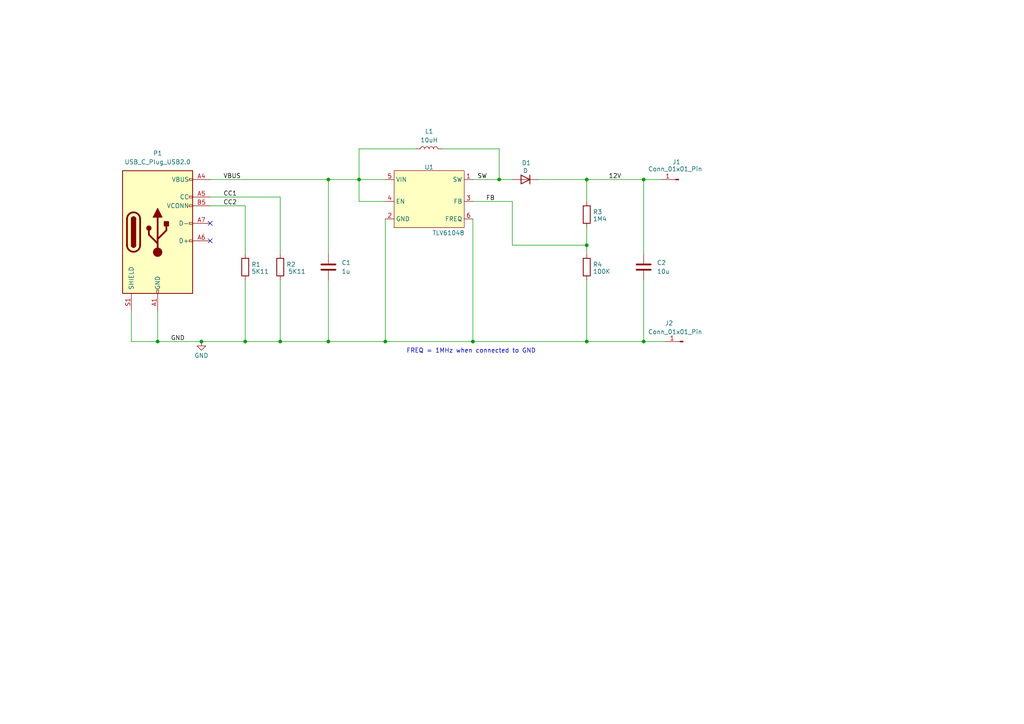
<source format=kicad_sch>
(kicad_sch
	(version 20231120)
	(generator "eeschema")
	(generator_version "8.0")
	(uuid "cf0265fd-ecc5-4141-84b2-4eb0a01666fa")
	(paper "A4")
	(title_block
		(title "TLV61048_BOOST_CONVERTER_12V")
		(date "2024-08-22")
		(rev "1.0")
		(company "Malusi Tsoko")
	)
	(lib_symbols
		(symbol "Boost_Converter_IC:TLV61048"
			(exclude_from_sim no)
			(in_bom yes)
			(on_board yes)
			(property "Reference" "U"
				(at 0 3.556 0)
				(effects
					(font
						(size 1.27 1.27)
					)
				)
			)
			(property "Value" ""
				(at 0 0 0)
				(effects
					(font
						(size 1.27 1.27)
					)
				)
			)
			(property "Footprint" ""
				(at 0 0 0)
				(effects
					(font
						(size 1.27 1.27)
					)
					(hide yes)
				)
			)
			(property "Datasheet" ""
				(at 0 0 0)
				(effects
					(font
						(size 1.27 1.27)
					)
					(hide yes)
				)
			)
			(property "Description" ""
				(at 0 0 0)
				(effects
					(font
						(size 1.27 1.27)
					)
					(hide yes)
				)
			)
			(symbol "TLV61048_1_1"
				(rectangle
					(start -10.16 2.54)
					(end 10.16 -13.97)
					(stroke
						(width 0)
						(type default)
					)
					(fill
						(type background)
					)
				)
				(pin input line
					(at 12.7 0 180)
					(length 2.54)
					(name "SW"
						(effects
							(font
								(size 1.27 1.27)
							)
						)
					)
					(number "1"
						(effects
							(font
								(size 1.27 1.27)
							)
						)
					)
				)
				(pin input line
					(at -12.7 -11.43 0)
					(length 2.54)
					(name "GND"
						(effects
							(font
								(size 1.27 1.27)
							)
						)
					)
					(number "2"
						(effects
							(font
								(size 1.27 1.27)
							)
						)
					)
				)
				(pin input line
					(at 12.7 -6.35 180)
					(length 2.54)
					(name "FB"
						(effects
							(font
								(size 1.27 1.27)
							)
						)
					)
					(number "3"
						(effects
							(font
								(size 1.27 1.27)
							)
						)
					)
				)
				(pin input line
					(at -12.7 -6.35 0)
					(length 2.54)
					(name "EN"
						(effects
							(font
								(size 1.27 1.27)
							)
						)
					)
					(number "4"
						(effects
							(font
								(size 1.27 1.27)
							)
						)
					)
				)
				(pin input line
					(at -12.7 0 0)
					(length 2.54)
					(name "VIN"
						(effects
							(font
								(size 1.27 1.27)
							)
						)
					)
					(number "5"
						(effects
							(font
								(size 1.27 1.27)
							)
						)
					)
				)
				(pin input line
					(at 12.7 -11.43 180)
					(length 2.54)
					(name "FREQ"
						(effects
							(font
								(size 1.27 1.27)
							)
						)
					)
					(number "6"
						(effects
							(font
								(size 1.27 1.27)
							)
						)
					)
				)
			)
		)
		(symbol "Connector:Conn_01x01_Pin"
			(pin_names
				(offset 1.016) hide)
			(exclude_from_sim no)
			(in_bom yes)
			(on_board yes)
			(property "Reference" "J"
				(at 0 2.54 0)
				(effects
					(font
						(size 1.27 1.27)
					)
				)
			)
			(property "Value" "Conn_01x01_Pin"
				(at 0 -2.54 0)
				(effects
					(font
						(size 1.27 1.27)
					)
				)
			)
			(property "Footprint" ""
				(at 0 0 0)
				(effects
					(font
						(size 1.27 1.27)
					)
					(hide yes)
				)
			)
			(property "Datasheet" "~"
				(at 0 0 0)
				(effects
					(font
						(size 1.27 1.27)
					)
					(hide yes)
				)
			)
			(property "Description" "Generic connector, single row, 01x01, script generated"
				(at 0 0 0)
				(effects
					(font
						(size 1.27 1.27)
					)
					(hide yes)
				)
			)
			(property "ki_locked" ""
				(at 0 0 0)
				(effects
					(font
						(size 1.27 1.27)
					)
				)
			)
			(property "ki_keywords" "connector"
				(at 0 0 0)
				(effects
					(font
						(size 1.27 1.27)
					)
					(hide yes)
				)
			)
			(property "ki_fp_filters" "Connector*:*_1x??_*"
				(at 0 0 0)
				(effects
					(font
						(size 1.27 1.27)
					)
					(hide yes)
				)
			)
			(symbol "Conn_01x01_Pin_1_1"
				(polyline
					(pts
						(xy 1.27 0) (xy 0.8636 0)
					)
					(stroke
						(width 0.1524)
						(type default)
					)
					(fill
						(type none)
					)
				)
				(rectangle
					(start 0.8636 0.127)
					(end 0 -0.127)
					(stroke
						(width 0.1524)
						(type default)
					)
					(fill
						(type outline)
					)
				)
				(pin passive line
					(at 5.08 0 180)
					(length 3.81)
					(name "Pin_1"
						(effects
							(font
								(size 1.27 1.27)
							)
						)
					)
					(number "1"
						(effects
							(font
								(size 1.27 1.27)
							)
						)
					)
				)
			)
		)
		(symbol "Connector:USB_C_Plug_USB2.0"
			(pin_names
				(offset 1.016)
			)
			(exclude_from_sim no)
			(in_bom yes)
			(on_board yes)
			(property "Reference" "P"
				(at -10.16 19.05 0)
				(effects
					(font
						(size 1.27 1.27)
					)
					(justify left)
				)
			)
			(property "Value" "USB_C_Plug_USB2.0"
				(at 12.7 19.05 0)
				(effects
					(font
						(size 1.27 1.27)
					)
					(justify right)
				)
			)
			(property "Footprint" ""
				(at 3.81 0 0)
				(effects
					(font
						(size 1.27 1.27)
					)
					(hide yes)
				)
			)
			(property "Datasheet" "https://www.usb.org/sites/default/files/documents/usb_type-c.zip"
				(at 3.81 0 0)
				(effects
					(font
						(size 1.27 1.27)
					)
					(hide yes)
				)
			)
			(property "Description" "USB 2.0-only Type-C Plug connector"
				(at 0 0 0)
				(effects
					(font
						(size 1.27 1.27)
					)
					(hide yes)
				)
			)
			(property "ki_keywords" "usb universal serial bus type-C USB2.0"
				(at 0 0 0)
				(effects
					(font
						(size 1.27 1.27)
					)
					(hide yes)
				)
			)
			(property "ki_fp_filters" "USB*C*Plug*"
				(at 0 0 0)
				(effects
					(font
						(size 1.27 1.27)
					)
					(hide yes)
				)
			)
			(symbol "USB_C_Plug_USB2.0_0_0"
				(rectangle
					(start -0.254 -17.78)
					(end 0.254 -16.764)
					(stroke
						(width 0)
						(type default)
					)
					(fill
						(type none)
					)
				)
				(rectangle
					(start 10.16 -2.286)
					(end 9.144 -2.794)
					(stroke
						(width 0)
						(type default)
					)
					(fill
						(type none)
					)
				)
				(rectangle
					(start 10.16 2.794)
					(end 9.144 2.286)
					(stroke
						(width 0)
						(type default)
					)
					(fill
						(type none)
					)
				)
				(rectangle
					(start 10.16 7.874)
					(end 9.144 7.366)
					(stroke
						(width 0)
						(type default)
					)
					(fill
						(type none)
					)
				)
				(rectangle
					(start 10.16 10.414)
					(end 9.144 9.906)
					(stroke
						(width 0)
						(type default)
					)
					(fill
						(type none)
					)
				)
				(rectangle
					(start 10.16 15.494)
					(end 9.144 14.986)
					(stroke
						(width 0)
						(type default)
					)
					(fill
						(type none)
					)
				)
			)
			(symbol "USB_C_Plug_USB2.0_0_1"
				(rectangle
					(start -10.16 17.78)
					(end 10.16 -17.78)
					(stroke
						(width 0.254)
						(type default)
					)
					(fill
						(type background)
					)
				)
				(arc
					(start -8.89 -3.81)
					(mid -6.985 -5.7067)
					(end -5.08 -3.81)
					(stroke
						(width 0.508)
						(type default)
					)
					(fill
						(type none)
					)
				)
				(arc
					(start -7.62 -3.81)
					(mid -6.985 -4.4423)
					(end -6.35 -3.81)
					(stroke
						(width 0.254)
						(type default)
					)
					(fill
						(type none)
					)
				)
				(arc
					(start -7.62 -3.81)
					(mid -6.985 -4.4423)
					(end -6.35 -3.81)
					(stroke
						(width 0.254)
						(type default)
					)
					(fill
						(type outline)
					)
				)
				(rectangle
					(start -7.62 -3.81)
					(end -6.35 3.81)
					(stroke
						(width 0.254)
						(type default)
					)
					(fill
						(type outline)
					)
				)
				(arc
					(start -6.35 3.81)
					(mid -6.985 4.4423)
					(end -7.62 3.81)
					(stroke
						(width 0.254)
						(type default)
					)
					(fill
						(type none)
					)
				)
				(arc
					(start -6.35 3.81)
					(mid -6.985 4.4423)
					(end -7.62 3.81)
					(stroke
						(width 0.254)
						(type default)
					)
					(fill
						(type outline)
					)
				)
				(arc
					(start -5.08 3.81)
					(mid -6.985 5.7067)
					(end -8.89 3.81)
					(stroke
						(width 0.508)
						(type default)
					)
					(fill
						(type none)
					)
				)
				(circle
					(center -2.54 1.143)
					(radius 0.635)
					(stroke
						(width 0.254)
						(type default)
					)
					(fill
						(type outline)
					)
				)
				(circle
					(center 0 -5.842)
					(radius 1.27)
					(stroke
						(width 0)
						(type default)
					)
					(fill
						(type outline)
					)
				)
				(polyline
					(pts
						(xy -8.89 -3.81) (xy -8.89 3.81)
					)
					(stroke
						(width 0.508)
						(type default)
					)
					(fill
						(type none)
					)
				)
				(polyline
					(pts
						(xy -5.08 3.81) (xy -5.08 -3.81)
					)
					(stroke
						(width 0.508)
						(type default)
					)
					(fill
						(type none)
					)
				)
				(polyline
					(pts
						(xy 0 -5.842) (xy 0 4.318)
					)
					(stroke
						(width 0.508)
						(type default)
					)
					(fill
						(type none)
					)
				)
				(polyline
					(pts
						(xy 0 -3.302) (xy -2.54 -0.762) (xy -2.54 0.508)
					)
					(stroke
						(width 0.508)
						(type default)
					)
					(fill
						(type none)
					)
				)
				(polyline
					(pts
						(xy 0 -2.032) (xy 2.54 0.508) (xy 2.54 1.778)
					)
					(stroke
						(width 0.508)
						(type default)
					)
					(fill
						(type none)
					)
				)
				(polyline
					(pts
						(xy -1.27 4.318) (xy 0 6.858) (xy 1.27 4.318) (xy -1.27 4.318)
					)
					(stroke
						(width 0.254)
						(type default)
					)
					(fill
						(type outline)
					)
				)
				(rectangle
					(start 1.905 1.778)
					(end 3.175 3.048)
					(stroke
						(width 0.254)
						(type default)
					)
					(fill
						(type outline)
					)
				)
			)
			(symbol "USB_C_Plug_USB2.0_1_1"
				(pin passive line
					(at 0 -22.86 90)
					(length 5.08)
					(name "GND"
						(effects
							(font
								(size 1.27 1.27)
							)
						)
					)
					(number "A1"
						(effects
							(font
								(size 1.27 1.27)
							)
						)
					)
				)
				(pin passive line
					(at 0 -22.86 90)
					(length 5.08) hide
					(name "GND"
						(effects
							(font
								(size 1.27 1.27)
							)
						)
					)
					(number "A12"
						(effects
							(font
								(size 1.27 1.27)
							)
						)
					)
				)
				(pin passive line
					(at 15.24 15.24 180)
					(length 5.08)
					(name "VBUS"
						(effects
							(font
								(size 1.27 1.27)
							)
						)
					)
					(number "A4"
						(effects
							(font
								(size 1.27 1.27)
							)
						)
					)
				)
				(pin bidirectional line
					(at 15.24 10.16 180)
					(length 5.08)
					(name "CC"
						(effects
							(font
								(size 1.27 1.27)
							)
						)
					)
					(number "A5"
						(effects
							(font
								(size 1.27 1.27)
							)
						)
					)
				)
				(pin bidirectional line
					(at 15.24 -2.54 180)
					(length 5.08)
					(name "D+"
						(effects
							(font
								(size 1.27 1.27)
							)
						)
					)
					(number "A6"
						(effects
							(font
								(size 1.27 1.27)
							)
						)
					)
				)
				(pin bidirectional line
					(at 15.24 2.54 180)
					(length 5.08)
					(name "D-"
						(effects
							(font
								(size 1.27 1.27)
							)
						)
					)
					(number "A7"
						(effects
							(font
								(size 1.27 1.27)
							)
						)
					)
				)
				(pin passive line
					(at 15.24 15.24 180)
					(length 5.08) hide
					(name "VBUS"
						(effects
							(font
								(size 1.27 1.27)
							)
						)
					)
					(number "A9"
						(effects
							(font
								(size 1.27 1.27)
							)
						)
					)
				)
				(pin passive line
					(at 0 -22.86 90)
					(length 5.08) hide
					(name "GND"
						(effects
							(font
								(size 1.27 1.27)
							)
						)
					)
					(number "B1"
						(effects
							(font
								(size 1.27 1.27)
							)
						)
					)
				)
				(pin passive line
					(at 0 -22.86 90)
					(length 5.08) hide
					(name "GND"
						(effects
							(font
								(size 1.27 1.27)
							)
						)
					)
					(number "B12"
						(effects
							(font
								(size 1.27 1.27)
							)
						)
					)
				)
				(pin passive line
					(at 15.24 15.24 180)
					(length 5.08) hide
					(name "VBUS"
						(effects
							(font
								(size 1.27 1.27)
							)
						)
					)
					(number "B4"
						(effects
							(font
								(size 1.27 1.27)
							)
						)
					)
				)
				(pin bidirectional line
					(at 15.24 7.62 180)
					(length 5.08)
					(name "VCONN"
						(effects
							(font
								(size 1.27 1.27)
							)
						)
					)
					(number "B5"
						(effects
							(font
								(size 1.27 1.27)
							)
						)
					)
				)
				(pin passive line
					(at 15.24 15.24 180)
					(length 5.08) hide
					(name "VBUS"
						(effects
							(font
								(size 1.27 1.27)
							)
						)
					)
					(number "B9"
						(effects
							(font
								(size 1.27 1.27)
							)
						)
					)
				)
				(pin passive line
					(at -7.62 -22.86 90)
					(length 5.08)
					(name "SHIELD"
						(effects
							(font
								(size 1.27 1.27)
							)
						)
					)
					(number "S1"
						(effects
							(font
								(size 1.27 1.27)
							)
						)
					)
				)
			)
		)
		(symbol "Device:C"
			(pin_numbers hide)
			(pin_names
				(offset 0.254)
			)
			(exclude_from_sim no)
			(in_bom yes)
			(on_board yes)
			(property "Reference" "C"
				(at 0.635 2.54 0)
				(effects
					(font
						(size 1.27 1.27)
					)
					(justify left)
				)
			)
			(property "Value" "C"
				(at 0.635 -2.54 0)
				(effects
					(font
						(size 1.27 1.27)
					)
					(justify left)
				)
			)
			(property "Footprint" ""
				(at 0.9652 -3.81 0)
				(effects
					(font
						(size 1.27 1.27)
					)
					(hide yes)
				)
			)
			(property "Datasheet" "~"
				(at 0 0 0)
				(effects
					(font
						(size 1.27 1.27)
					)
					(hide yes)
				)
			)
			(property "Description" "Unpolarized capacitor"
				(at 0 0 0)
				(effects
					(font
						(size 1.27 1.27)
					)
					(hide yes)
				)
			)
			(property "ki_keywords" "cap capacitor"
				(at 0 0 0)
				(effects
					(font
						(size 1.27 1.27)
					)
					(hide yes)
				)
			)
			(property "ki_fp_filters" "C_*"
				(at 0 0 0)
				(effects
					(font
						(size 1.27 1.27)
					)
					(hide yes)
				)
			)
			(symbol "C_0_1"
				(polyline
					(pts
						(xy -2.032 -0.762) (xy 2.032 -0.762)
					)
					(stroke
						(width 0.508)
						(type default)
					)
					(fill
						(type none)
					)
				)
				(polyline
					(pts
						(xy -2.032 0.762) (xy 2.032 0.762)
					)
					(stroke
						(width 0.508)
						(type default)
					)
					(fill
						(type none)
					)
				)
			)
			(symbol "C_1_1"
				(pin passive line
					(at 0 3.81 270)
					(length 2.794)
					(name "~"
						(effects
							(font
								(size 1.27 1.27)
							)
						)
					)
					(number "1"
						(effects
							(font
								(size 1.27 1.27)
							)
						)
					)
				)
				(pin passive line
					(at 0 -3.81 90)
					(length 2.794)
					(name "~"
						(effects
							(font
								(size 1.27 1.27)
							)
						)
					)
					(number "2"
						(effects
							(font
								(size 1.27 1.27)
							)
						)
					)
				)
			)
		)
		(symbol "Device:D"
			(pin_numbers hide)
			(pin_names
				(offset 1.016) hide)
			(exclude_from_sim no)
			(in_bom yes)
			(on_board yes)
			(property "Reference" "D"
				(at 0 2.54 0)
				(effects
					(font
						(size 1.27 1.27)
					)
				)
			)
			(property "Value" "D"
				(at 0 -2.54 0)
				(effects
					(font
						(size 1.27 1.27)
					)
				)
			)
			(property "Footprint" ""
				(at 0 0 0)
				(effects
					(font
						(size 1.27 1.27)
					)
					(hide yes)
				)
			)
			(property "Datasheet" "~"
				(at 0 0 0)
				(effects
					(font
						(size 1.27 1.27)
					)
					(hide yes)
				)
			)
			(property "Description" "Diode"
				(at 0 0 0)
				(effects
					(font
						(size 1.27 1.27)
					)
					(hide yes)
				)
			)
			(property "Sim.Device" "D"
				(at 0 0 0)
				(effects
					(font
						(size 1.27 1.27)
					)
					(hide yes)
				)
			)
			(property "Sim.Pins" "1=K 2=A"
				(at 0 0 0)
				(effects
					(font
						(size 1.27 1.27)
					)
					(hide yes)
				)
			)
			(property "ki_keywords" "diode"
				(at 0 0 0)
				(effects
					(font
						(size 1.27 1.27)
					)
					(hide yes)
				)
			)
			(property "ki_fp_filters" "TO-???* *_Diode_* *SingleDiode* D_*"
				(at 0 0 0)
				(effects
					(font
						(size 1.27 1.27)
					)
					(hide yes)
				)
			)
			(symbol "D_0_1"
				(polyline
					(pts
						(xy -1.27 1.27) (xy -1.27 -1.27)
					)
					(stroke
						(width 0.254)
						(type default)
					)
					(fill
						(type none)
					)
				)
				(polyline
					(pts
						(xy 1.27 0) (xy -1.27 0)
					)
					(stroke
						(width 0)
						(type default)
					)
					(fill
						(type none)
					)
				)
				(polyline
					(pts
						(xy 1.27 1.27) (xy 1.27 -1.27) (xy -1.27 0) (xy 1.27 1.27)
					)
					(stroke
						(width 0.254)
						(type default)
					)
					(fill
						(type none)
					)
				)
			)
			(symbol "D_1_1"
				(pin passive line
					(at -3.81 0 0)
					(length 2.54)
					(name "K"
						(effects
							(font
								(size 1.27 1.27)
							)
						)
					)
					(number "1"
						(effects
							(font
								(size 1.27 1.27)
							)
						)
					)
				)
				(pin passive line
					(at 3.81 0 180)
					(length 2.54)
					(name "A"
						(effects
							(font
								(size 1.27 1.27)
							)
						)
					)
					(number "2"
						(effects
							(font
								(size 1.27 1.27)
							)
						)
					)
				)
			)
		)
		(symbol "Device:L"
			(pin_numbers hide)
			(pin_names
				(offset 1.016) hide)
			(exclude_from_sim no)
			(in_bom yes)
			(on_board yes)
			(property "Reference" "L"
				(at -1.27 0 90)
				(effects
					(font
						(size 1.27 1.27)
					)
				)
			)
			(property "Value" "L"
				(at 1.905 0 90)
				(effects
					(font
						(size 1.27 1.27)
					)
				)
			)
			(property "Footprint" ""
				(at 0 0 0)
				(effects
					(font
						(size 1.27 1.27)
					)
					(hide yes)
				)
			)
			(property "Datasheet" "~"
				(at 0 0 0)
				(effects
					(font
						(size 1.27 1.27)
					)
					(hide yes)
				)
			)
			(property "Description" "Inductor"
				(at 0 0 0)
				(effects
					(font
						(size 1.27 1.27)
					)
					(hide yes)
				)
			)
			(property "ki_keywords" "inductor choke coil reactor magnetic"
				(at 0 0 0)
				(effects
					(font
						(size 1.27 1.27)
					)
					(hide yes)
				)
			)
			(property "ki_fp_filters" "Choke_* *Coil* Inductor_* L_*"
				(at 0 0 0)
				(effects
					(font
						(size 1.27 1.27)
					)
					(hide yes)
				)
			)
			(symbol "L_0_1"
				(arc
					(start 0 -2.54)
					(mid 0.6323 -1.905)
					(end 0 -1.27)
					(stroke
						(width 0)
						(type default)
					)
					(fill
						(type none)
					)
				)
				(arc
					(start 0 -1.27)
					(mid 0.6323 -0.635)
					(end 0 0)
					(stroke
						(width 0)
						(type default)
					)
					(fill
						(type none)
					)
				)
				(arc
					(start 0 0)
					(mid 0.6323 0.635)
					(end 0 1.27)
					(stroke
						(width 0)
						(type default)
					)
					(fill
						(type none)
					)
				)
				(arc
					(start 0 1.27)
					(mid 0.6323 1.905)
					(end 0 2.54)
					(stroke
						(width 0)
						(type default)
					)
					(fill
						(type none)
					)
				)
			)
			(symbol "L_1_1"
				(pin passive line
					(at 0 3.81 270)
					(length 1.27)
					(name "1"
						(effects
							(font
								(size 1.27 1.27)
							)
						)
					)
					(number "1"
						(effects
							(font
								(size 1.27 1.27)
							)
						)
					)
				)
				(pin passive line
					(at 0 -3.81 90)
					(length 1.27)
					(name "2"
						(effects
							(font
								(size 1.27 1.27)
							)
						)
					)
					(number "2"
						(effects
							(font
								(size 1.27 1.27)
							)
						)
					)
				)
			)
		)
		(symbol "Device:R"
			(pin_numbers hide)
			(pin_names
				(offset 0)
			)
			(exclude_from_sim no)
			(in_bom yes)
			(on_board yes)
			(property "Reference" "R"
				(at 2.032 0 90)
				(effects
					(font
						(size 1.27 1.27)
					)
				)
			)
			(property "Value" "R"
				(at 0 0 90)
				(effects
					(font
						(size 1.27 1.27)
					)
				)
			)
			(property "Footprint" ""
				(at -1.778 0 90)
				(effects
					(font
						(size 1.27 1.27)
					)
					(hide yes)
				)
			)
			(property "Datasheet" "~"
				(at 0 0 0)
				(effects
					(font
						(size 1.27 1.27)
					)
					(hide yes)
				)
			)
			(property "Description" "Resistor"
				(at 0 0 0)
				(effects
					(font
						(size 1.27 1.27)
					)
					(hide yes)
				)
			)
			(property "ki_keywords" "R res resistor"
				(at 0 0 0)
				(effects
					(font
						(size 1.27 1.27)
					)
					(hide yes)
				)
			)
			(property "ki_fp_filters" "R_*"
				(at 0 0 0)
				(effects
					(font
						(size 1.27 1.27)
					)
					(hide yes)
				)
			)
			(symbol "R_0_1"
				(rectangle
					(start -1.016 -2.54)
					(end 1.016 2.54)
					(stroke
						(width 0.254)
						(type default)
					)
					(fill
						(type none)
					)
				)
			)
			(symbol "R_1_1"
				(pin passive line
					(at 0 3.81 270)
					(length 1.27)
					(name "~"
						(effects
							(font
								(size 1.27 1.27)
							)
						)
					)
					(number "1"
						(effects
							(font
								(size 1.27 1.27)
							)
						)
					)
				)
				(pin passive line
					(at 0 -3.81 90)
					(length 1.27)
					(name "~"
						(effects
							(font
								(size 1.27 1.27)
							)
						)
					)
					(number "2"
						(effects
							(font
								(size 1.27 1.27)
							)
						)
					)
				)
			)
		)
		(symbol "power:GND"
			(power)
			(pin_numbers hide)
			(pin_names
				(offset 0) hide)
			(exclude_from_sim no)
			(in_bom yes)
			(on_board yes)
			(property "Reference" "#PWR"
				(at 0 -6.35 0)
				(effects
					(font
						(size 1.27 1.27)
					)
					(hide yes)
				)
			)
			(property "Value" "GND"
				(at 0 -3.81 0)
				(effects
					(font
						(size 1.27 1.27)
					)
				)
			)
			(property "Footprint" ""
				(at 0 0 0)
				(effects
					(font
						(size 1.27 1.27)
					)
					(hide yes)
				)
			)
			(property "Datasheet" ""
				(at 0 0 0)
				(effects
					(font
						(size 1.27 1.27)
					)
					(hide yes)
				)
			)
			(property "Description" "Power symbol creates a global label with name \"GND\" , ground"
				(at 0 0 0)
				(effects
					(font
						(size 1.27 1.27)
					)
					(hide yes)
				)
			)
			(property "ki_keywords" "global power"
				(at 0 0 0)
				(effects
					(font
						(size 1.27 1.27)
					)
					(hide yes)
				)
			)
			(symbol "GND_0_1"
				(polyline
					(pts
						(xy 0 0) (xy 0 -1.27) (xy 1.27 -1.27) (xy 0 -2.54) (xy -1.27 -1.27) (xy 0 -1.27)
					)
					(stroke
						(width 0)
						(type default)
					)
					(fill
						(type none)
					)
				)
			)
			(symbol "GND_1_1"
				(pin power_in line
					(at 0 0 270)
					(length 0)
					(name "~"
						(effects
							(font
								(size 1.27 1.27)
							)
						)
					)
					(number "1"
						(effects
							(font
								(size 1.27 1.27)
							)
						)
					)
				)
			)
		)
	)
	(junction
		(at 71.12 99.06)
		(diameter 0)
		(color 0 0 0 0)
		(uuid "0926bc34-306e-4136-8252-9976a3db37f4")
	)
	(junction
		(at 170.18 99.06)
		(diameter 0)
		(color 0 0 0 0)
		(uuid "1a98619e-aeb9-4884-b07d-838cfbe97d30")
	)
	(junction
		(at 45.72 99.06)
		(diameter 0)
		(color 0 0 0 0)
		(uuid "29b61555-12b8-429d-bb2b-1fc8f51324b2")
	)
	(junction
		(at 58.42 99.06)
		(diameter 0)
		(color 0 0 0 0)
		(uuid "34f99a82-04ad-449d-8027-d3831a4a9be0")
	)
	(junction
		(at 186.69 99.06)
		(diameter 0)
		(color 0 0 0 0)
		(uuid "38fdd64b-0f1c-4527-90ec-d690c4967518")
	)
	(junction
		(at 104.14 52.07)
		(diameter 0)
		(color 0 0 0 0)
		(uuid "64a8da5f-e846-4a71-a368-81f63c5037c8")
	)
	(junction
		(at 137.16 99.06)
		(diameter 0)
		(color 0 0 0 0)
		(uuid "66d1f4b2-a2b9-45f9-9553-93d37acd671b")
	)
	(junction
		(at 170.18 71.12)
		(diameter 0)
		(color 0 0 0 0)
		(uuid "6fafd1db-7091-47b2-a138-eb6fbdf7ecc6")
	)
	(junction
		(at 144.78 52.07)
		(diameter 0)
		(color 0 0 0 0)
		(uuid "70fe05fd-0161-4a12-8649-0aa31a452909")
	)
	(junction
		(at 186.69 52.07)
		(diameter 0)
		(color 0 0 0 0)
		(uuid "72baaf15-28e5-452a-9f44-f52d76475cde")
	)
	(junction
		(at 95.25 99.06)
		(diameter 0)
		(color 0 0 0 0)
		(uuid "877154c9-c763-4527-8e1b-f1028ce27f74")
	)
	(junction
		(at 95.25 52.07)
		(diameter 0)
		(color 0 0 0 0)
		(uuid "97d32e2c-0ee8-4530-8a05-8046ce8ae8c8")
	)
	(junction
		(at 111.76 99.06)
		(diameter 0)
		(color 0 0 0 0)
		(uuid "b4355f2c-dc6b-4575-82c8-04d2f104b1c6")
	)
	(junction
		(at 81.28 99.06)
		(diameter 0)
		(color 0 0 0 0)
		(uuid "bf9dd22d-7a07-43be-a044-a81b1c9ae012")
	)
	(junction
		(at 170.18 52.07)
		(diameter 0)
		(color 0 0 0 0)
		(uuid "f811f3aa-bc68-4c2f-8672-c82667199649")
	)
	(no_connect
		(at 60.96 64.77)
		(uuid "82f479b0-fa04-4c11-a73c-1651cbe7fde3")
	)
	(no_connect
		(at 60.96 69.85)
		(uuid "acc51c80-197a-4377-a668-b3e5c52c603b")
	)
	(wire
		(pts
			(xy 186.69 73.66) (xy 186.69 52.07)
		)
		(stroke
			(width 0)
			(type default)
		)
		(uuid "0466f1f5-c9ef-4066-9161-c3aa8a0365ea")
	)
	(wire
		(pts
			(xy 58.42 99.06) (xy 45.72 99.06)
		)
		(stroke
			(width 0)
			(type default)
		)
		(uuid "05b111ec-ab23-4454-86bc-8e77dac2ac66")
	)
	(wire
		(pts
			(xy 81.28 99.06) (xy 71.12 99.06)
		)
		(stroke
			(width 0)
			(type default)
		)
		(uuid "0659f41f-0c8e-4d98-826f-d0976e7913a7")
	)
	(wire
		(pts
			(xy 81.28 73.66) (xy 81.28 57.15)
		)
		(stroke
			(width 0)
			(type default)
		)
		(uuid "09df0e1c-a263-49ae-9fb7-9e4b972c5323")
	)
	(wire
		(pts
			(xy 170.18 99.06) (xy 137.16 99.06)
		)
		(stroke
			(width 0)
			(type default)
		)
		(uuid "131abd9d-4b12-4aa8-bca2-06ade81222db")
	)
	(wire
		(pts
			(xy 170.18 81.28) (xy 170.18 99.06)
		)
		(stroke
			(width 0)
			(type default)
		)
		(uuid "2d948029-6b56-4e5b-b340-b0b377161946")
	)
	(wire
		(pts
			(xy 81.28 99.06) (xy 95.25 99.06)
		)
		(stroke
			(width 0)
			(type default)
		)
		(uuid "2fa07ab9-3ed5-4d48-881a-b97f2a19ee34")
	)
	(wire
		(pts
			(xy 104.14 58.42) (xy 104.14 52.07)
		)
		(stroke
			(width 0)
			(type default)
		)
		(uuid "35d908c1-a9d1-4042-9403-4a3d84282f5f")
	)
	(wire
		(pts
			(xy 38.1 90.17) (xy 38.1 99.06)
		)
		(stroke
			(width 0)
			(type default)
		)
		(uuid "3bef654f-b259-40d9-b5ea-ba1458ffd569")
	)
	(wire
		(pts
			(xy 128.27 43.18) (xy 144.78 43.18)
		)
		(stroke
			(width 0)
			(type default)
		)
		(uuid "3e57daed-7016-46b6-9dc5-349382a3a6ec")
	)
	(wire
		(pts
			(xy 120.65 43.18) (xy 104.14 43.18)
		)
		(stroke
			(width 0)
			(type default)
		)
		(uuid "3eac20e4-5245-4afc-a4c9-9b36dc8ef903")
	)
	(wire
		(pts
			(xy 95.25 52.07) (xy 104.14 52.07)
		)
		(stroke
			(width 0)
			(type default)
		)
		(uuid "3fa9c063-1840-417a-854b-f7f6c405cfc7")
	)
	(wire
		(pts
			(xy 81.28 81.28) (xy 81.28 99.06)
		)
		(stroke
			(width 0)
			(type default)
		)
		(uuid "4392afe9-0ae2-4e16-a46c-6ffbdc49ca22")
	)
	(wire
		(pts
			(xy 81.28 57.15) (xy 60.96 57.15)
		)
		(stroke
			(width 0)
			(type default)
		)
		(uuid "4d729052-60bf-47be-843f-fcb23695cb00")
	)
	(wire
		(pts
			(xy 137.16 58.42) (xy 148.59 58.42)
		)
		(stroke
			(width 0)
			(type default)
		)
		(uuid "5a719c23-f9c5-4226-9c1e-3e4a6339bb2d")
	)
	(wire
		(pts
			(xy 170.18 58.42) (xy 170.18 52.07)
		)
		(stroke
			(width 0)
			(type default)
		)
		(uuid "6063ffbc-2509-4d77-91c3-c8187c6de38d")
	)
	(wire
		(pts
			(xy 111.76 58.42) (xy 104.14 58.42)
		)
		(stroke
			(width 0)
			(type default)
		)
		(uuid "67ee7605-089e-4b44-9a64-270a497f90d4")
	)
	(wire
		(pts
			(xy 95.25 52.07) (xy 60.96 52.07)
		)
		(stroke
			(width 0)
			(type default)
		)
		(uuid "6a49a587-2ce7-4a35-af58-2d207f49a06d")
	)
	(wire
		(pts
			(xy 95.25 99.06) (xy 111.76 99.06)
		)
		(stroke
			(width 0)
			(type default)
		)
		(uuid "6bf18353-6109-4e3d-9a84-19482d1acb9c")
	)
	(wire
		(pts
			(xy 60.96 59.69) (xy 71.12 59.69)
		)
		(stroke
			(width 0)
			(type default)
		)
		(uuid "6feb36ab-f8df-4f2f-af7f-12df88fdf50e")
	)
	(wire
		(pts
			(xy 186.69 99.06) (xy 193.04 99.06)
		)
		(stroke
			(width 0)
			(type default)
		)
		(uuid "7caab230-3dcc-4b28-b0af-187039131145")
	)
	(wire
		(pts
			(xy 45.72 99.06) (xy 38.1 99.06)
		)
		(stroke
			(width 0)
			(type default)
		)
		(uuid "7cc98dae-1c21-4f57-a7c1-256c4570eeea")
	)
	(wire
		(pts
			(xy 170.18 71.12) (xy 170.18 73.66)
		)
		(stroke
			(width 0)
			(type default)
		)
		(uuid "7d90654a-0538-40fa-84ec-0cc3d3a50141")
	)
	(wire
		(pts
			(xy 148.59 71.12) (xy 170.18 71.12)
		)
		(stroke
			(width 0)
			(type default)
		)
		(uuid "9656d00e-1fe2-4d97-a88a-a84bbc208e92")
	)
	(wire
		(pts
			(xy 148.59 58.42) (xy 148.59 71.12)
		)
		(stroke
			(width 0)
			(type default)
		)
		(uuid "978ac714-b2b4-4b4e-bd14-cf2bbdb66515")
	)
	(wire
		(pts
			(xy 111.76 63.5) (xy 111.76 99.06)
		)
		(stroke
			(width 0)
			(type default)
		)
		(uuid "99a5119c-79c0-4279-a45b-1a975f480c20")
	)
	(wire
		(pts
			(xy 71.12 81.28) (xy 71.12 99.06)
		)
		(stroke
			(width 0)
			(type default)
		)
		(uuid "9b716fe6-615b-42b1-8040-68bf66ff0209")
	)
	(wire
		(pts
			(xy 95.25 73.66) (xy 95.25 52.07)
		)
		(stroke
			(width 0)
			(type default)
		)
		(uuid "a7950b82-e309-40b2-b2b0-de0894c2f68d")
	)
	(wire
		(pts
			(xy 104.14 43.18) (xy 104.14 52.07)
		)
		(stroke
			(width 0)
			(type default)
		)
		(uuid "a9f1df14-2185-4eb8-aa26-408f7acd9f14")
	)
	(wire
		(pts
			(xy 71.12 59.69) (xy 71.12 73.66)
		)
		(stroke
			(width 0)
			(type default)
		)
		(uuid "ab977718-7c5a-44e2-8097-37dc4072092c")
	)
	(wire
		(pts
			(xy 137.16 99.06) (xy 111.76 99.06)
		)
		(stroke
			(width 0)
			(type default)
		)
		(uuid "ad7e8f13-d44e-4e3c-b3c1-f80a199d9fc6")
	)
	(wire
		(pts
			(xy 144.78 43.18) (xy 144.78 52.07)
		)
		(stroke
			(width 0)
			(type default)
		)
		(uuid "b081ce9f-d4d0-4fb5-98f8-2ab01e978651")
	)
	(wire
		(pts
			(xy 71.12 99.06) (xy 58.42 99.06)
		)
		(stroke
			(width 0)
			(type default)
		)
		(uuid "b5043f18-3e28-4ed1-826f-c0eb499843c5")
	)
	(wire
		(pts
			(xy 137.16 63.5) (xy 137.16 99.06)
		)
		(stroke
			(width 0)
			(type default)
		)
		(uuid "c0cb7ddf-d968-46ca-907f-2af39fcf6c25")
	)
	(wire
		(pts
			(xy 186.69 52.07) (xy 170.18 52.07)
		)
		(stroke
			(width 0)
			(type default)
		)
		(uuid "c20bd60f-e156-41e9-8b74-3163482f4f44")
	)
	(wire
		(pts
			(xy 95.25 81.28) (xy 95.25 99.06)
		)
		(stroke
			(width 0)
			(type default)
		)
		(uuid "c46235dd-ac83-48f7-aab1-1abf18869c99")
	)
	(wire
		(pts
			(xy 186.69 81.28) (xy 186.69 99.06)
		)
		(stroke
			(width 0)
			(type default)
		)
		(uuid "cba56b40-3193-4599-ba22-8190a4abc008")
	)
	(wire
		(pts
			(xy 45.72 90.17) (xy 45.72 99.06)
		)
		(stroke
			(width 0)
			(type default)
		)
		(uuid "cfdb3a28-975e-4c10-9aa7-a9f8d1a080fe")
	)
	(wire
		(pts
			(xy 137.16 52.07) (xy 144.78 52.07)
		)
		(stroke
			(width 0)
			(type default)
		)
		(uuid "d4f8fac8-d097-4aad-90b6-ee4dfe5fab6f")
	)
	(wire
		(pts
			(xy 170.18 52.07) (xy 156.21 52.07)
		)
		(stroke
			(width 0)
			(type default)
		)
		(uuid "da385c46-4076-45e5-b7f1-335666c27537")
	)
	(wire
		(pts
			(xy 186.69 99.06) (xy 170.18 99.06)
		)
		(stroke
			(width 0)
			(type default)
		)
		(uuid "db8753f6-2519-435e-a6b6-fe6e659a55f3")
	)
	(wire
		(pts
			(xy 144.78 52.07) (xy 148.59 52.07)
		)
		(stroke
			(width 0)
			(type default)
		)
		(uuid "dcf528b8-c0f5-413d-b336-09b16b04c054")
	)
	(wire
		(pts
			(xy 170.18 66.04) (xy 170.18 71.12)
		)
		(stroke
			(width 0)
			(type default)
		)
		(uuid "dfe8e03d-5824-43ad-85f0-af6bdf89448c")
	)
	(wire
		(pts
			(xy 186.69 52.07) (xy 191.77 52.07)
		)
		(stroke
			(width 0)
			(type default)
		)
		(uuid "e6d8009f-10a7-4200-90e7-1d858db1d819")
	)
	(wire
		(pts
			(xy 104.14 52.07) (xy 111.76 52.07)
		)
		(stroke
			(width 0)
			(type default)
		)
		(uuid "f6709fb4-31e1-4aec-a27c-7b6c93c22524")
	)
	(text "FREQ = 1MHz when connected to GND"
		(exclude_from_sim no)
		(at 136.652 101.854 0)
		(effects
			(font
				(size 1.27 1.27)
			)
		)
		(uuid "5e78fa00-5bb4-4df5-9d8d-f64f5f08d66c")
	)
	(label "CC1"
		(at 64.77 57.15 0)
		(fields_autoplaced yes)
		(effects
			(font
				(size 1.27 1.27)
			)
			(justify left bottom)
		)
		(uuid "1a4ad977-a1ec-4111-b21c-4b17cdf26b82")
	)
	(label "SW"
		(at 138.43 52.07 0)
		(fields_autoplaced yes)
		(effects
			(font
				(size 1.27 1.27)
			)
			(justify left bottom)
		)
		(uuid "402cac22-174c-4347-b7f9-fff390d968b6")
	)
	(label "FB"
		(at 140.97 58.42 0)
		(fields_autoplaced yes)
		(effects
			(font
				(size 1.27 1.27)
			)
			(justify left bottom)
		)
		(uuid "65eacdd7-3dd3-4188-9637-a2970ef804ab")
	)
	(label "CC2"
		(at 64.77 59.69 0)
		(fields_autoplaced yes)
		(effects
			(font
				(size 1.27 1.27)
			)
			(justify left bottom)
		)
		(uuid "80daeed7-b0f8-4cae-93ea-254651919891")
	)
	(label "GND"
		(at 49.53 99.06 0)
		(fields_autoplaced yes)
		(effects
			(font
				(size 1.27 1.27)
			)
			(justify left bottom)
		)
		(uuid "924f56d0-9c71-4cb5-aa9f-2cadcd19a16a")
	)
	(label "12V"
		(at 176.53 52.07 0)
		(fields_autoplaced yes)
		(effects
			(font
				(size 1.27 1.27)
			)
			(justify left bottom)
		)
		(uuid "b0315e4d-90a9-4e2d-a869-d17adc1afd3c")
	)
	(label "VBUS"
		(at 64.77 52.07 0)
		(fields_autoplaced yes)
		(effects
			(font
				(size 1.27 1.27)
			)
			(justify left bottom)
		)
		(uuid "e1c585cc-d73a-43c2-883e-7f97508cd50b")
	)
	(symbol
		(lib_id "Device:L")
		(at 124.46 43.18 90)
		(unit 1)
		(exclude_from_sim no)
		(in_bom yes)
		(on_board yes)
		(dnp no)
		(fields_autoplaced yes)
		(uuid "0ba17bec-f524-44ab-bb96-0f3f482a077d")
		(property "Reference" "L1"
			(at 124.46 38.1 90)
			(effects
				(font
					(size 1.27 1.27)
				)
			)
		)
		(property "Value" "10uH"
			(at 124.46 40.64 90)
			(effects
				(font
					(size 1.27 1.27)
				)
			)
		)
		(property "Footprint" "Inductor_SMD:L_Bourns-SRN8040_8x8.15mm"
			(at 124.46 43.18 0)
			(effects
				(font
					(size 1.27 1.27)
				)
				(hide yes)
			)
		)
		(property "Datasheet" "~"
			(at 124.46 43.18 0)
			(effects
				(font
					(size 1.27 1.27)
				)
				(hide yes)
			)
		)
		(property "Description" "Inductor"
			(at 124.46 43.18 0)
			(effects
				(font
					(size 1.27 1.27)
				)
				(hide yes)
			)
		)
		(pin "1"
			(uuid "a2955a8e-bb72-44b4-a946-48e152076407")
		)
		(pin "2"
			(uuid "6610442a-eeab-45ad-b668-bbb346079c6f")
		)
		(instances
			(project ""
				(path "/cf0265fd-ecc5-4141-84b2-4eb0a01666fa"
					(reference "L1")
					(unit 1)
				)
			)
		)
	)
	(symbol
		(lib_id "Device:R")
		(at 81.28 77.47 0)
		(unit 1)
		(exclude_from_sim no)
		(in_bom yes)
		(on_board yes)
		(dnp no)
		(uuid "0e581621-bd52-4e34-b227-c8adf8955a70")
		(property "Reference" "R2"
			(at 83.058 76.708 0)
			(effects
				(font
					(size 1.27 1.27)
				)
				(justify left)
			)
		)
		(property "Value" "5K11"
			(at 83.566 78.74 0)
			(effects
				(font
					(size 1.27 1.27)
				)
				(justify left)
			)
		)
		(property "Footprint" "Resistor_SMD:R_0402_1005Metric"
			(at 79.502 77.47 90)
			(effects
				(font
					(size 1.27 1.27)
				)
				(hide yes)
			)
		)
		(property "Datasheet" "~"
			(at 81.28 77.47 0)
			(effects
				(font
					(size 1.27 1.27)
				)
				(hide yes)
			)
		)
		(property "Description" "Resistor"
			(at 81.28 77.47 0)
			(effects
				(font
					(size 1.27 1.27)
				)
				(hide yes)
			)
		)
		(pin "2"
			(uuid "0c49ff37-e5e1-4006-b050-ef55c9d1b3ae")
		)
		(pin "1"
			(uuid "768be21a-8e9c-4831-a3ce-ac3c5270d453")
		)
		(instances
			(project ""
				(path "/cf0265fd-ecc5-4141-84b2-4eb0a01666fa"
					(reference "R2")
					(unit 1)
				)
			)
		)
	)
	(symbol
		(lib_id "Boost_Converter_IC:TLV61048")
		(at 124.46 52.07 0)
		(unit 1)
		(exclude_from_sim no)
		(in_bom yes)
		(on_board yes)
		(dnp no)
		(uuid "1acad422-9a2b-43ec-be36-3b5561c0499c")
		(property "Reference" "U1"
			(at 124.46 48.514 0)
			(effects
				(font
					(size 1.27 1.27)
				)
			)
		)
		(property "Value" "TLV61048"
			(at 130.048 67.564 0)
			(effects
				(font
					(size 1.27 1.27)
				)
			)
		)
		(property "Footprint" "Package_TO_SOT_SMD:SOT-23-6"
			(at 126.238 82.296 0)
			(effects
				(font
					(size 1.27 1.27)
				)
				(hide yes)
			)
		)
		(property "Datasheet" ""
			(at 124.46 52.07 0)
			(effects
				(font
					(size 1.27 1.27)
				)
				(hide yes)
			)
		)
		(property "Description" ""
			(at 124.46 52.07 0)
			(effects
				(font
					(size 1.27 1.27)
				)
				(hide yes)
			)
		)
		(pin "2"
			(uuid "ea6a9995-8d7f-449a-89c5-4b7cef4d70a9")
		)
		(pin "4"
			(uuid "90865f8a-70f3-494e-bde3-e5af1db9dddf")
		)
		(pin "6"
			(uuid "5c9212b0-f0df-493f-9516-21221b959e82")
		)
		(pin "5"
			(uuid "c8db8c00-1505-433b-b453-d0466235ad9d")
		)
		(pin "3"
			(uuid "f0770ff8-4ead-4a4a-a9b5-894e07f22ff6")
		)
		(pin "1"
			(uuid "269916f4-aa55-48fe-a34b-7c1b79988700")
		)
		(instances
			(project ""
				(path "/cf0265fd-ecc5-4141-84b2-4eb0a01666fa"
					(reference "U1")
					(unit 1)
				)
			)
		)
	)
	(symbol
		(lib_id "Device:R")
		(at 170.18 77.47 0)
		(unit 1)
		(exclude_from_sim no)
		(in_bom yes)
		(on_board yes)
		(dnp no)
		(uuid "30eb633e-7d2b-4d24-9049-edaccaee7bc2")
		(property "Reference" "R4"
			(at 171.958 76.708 0)
			(effects
				(font
					(size 1.27 1.27)
				)
				(justify left)
			)
		)
		(property "Value" "100K"
			(at 171.958 78.74 0)
			(effects
				(font
					(size 1.27 1.27)
				)
				(justify left)
			)
		)
		(property "Footprint" "Resistor_SMD:R_0603_1608Metric"
			(at 168.402 77.47 90)
			(effects
				(font
					(size 1.27 1.27)
				)
				(hide yes)
			)
		)
		(property "Datasheet" "~"
			(at 170.18 77.47 0)
			(effects
				(font
					(size 1.27 1.27)
				)
				(hide yes)
			)
		)
		(property "Description" "Resistor"
			(at 170.18 77.47 0)
			(effects
				(font
					(size 1.27 1.27)
				)
				(hide yes)
			)
		)
		(pin "1"
			(uuid "16569441-97ef-4a07-81ba-a39d1372bf1a")
		)
		(pin "2"
			(uuid "8895f120-bdeb-4a38-b0de-bbc865a81fd5")
		)
		(instances
			(project "BOOST_CONVERTER"
				(path "/cf0265fd-ecc5-4141-84b2-4eb0a01666fa"
					(reference "R4")
					(unit 1)
				)
			)
		)
	)
	(symbol
		(lib_id "Connector:Conn_01x01_Pin")
		(at 196.85 52.07 0)
		(mirror y)
		(unit 1)
		(exclude_from_sim no)
		(in_bom yes)
		(on_board yes)
		(dnp no)
		(uuid "57e76657-258f-435d-aeab-f54bf1a8ab4e")
		(property "Reference" "J1"
			(at 196.215 46.99 0)
			(effects
				(font
					(size 1.27 1.27)
				)
			)
		)
		(property "Value" "Conn_01x01_Pin"
			(at 195.834 49.022 0)
			(effects
				(font
					(size 1.27 1.27)
				)
			)
		)
		(property "Footprint" "Connector_PinHeader_2.54mm:PinHeader_1x01_P2.54mm_Vertical"
			(at 196.85 52.07 0)
			(effects
				(font
					(size 1.27 1.27)
				)
				(hide yes)
			)
		)
		(property "Datasheet" "~"
			(at 196.85 52.07 0)
			(effects
				(font
					(size 1.27 1.27)
				)
				(hide yes)
			)
		)
		(property "Description" "Generic connector, single row, 01x01, script generated"
			(at 196.85 52.07 0)
			(effects
				(font
					(size 1.27 1.27)
				)
				(hide yes)
			)
		)
		(pin "1"
			(uuid "c2cd6924-2ad4-4230-9118-b991170d6534")
		)
		(instances
			(project ""
				(path "/cf0265fd-ecc5-4141-84b2-4eb0a01666fa"
					(reference "J1")
					(unit 1)
				)
			)
		)
	)
	(symbol
		(lib_id "Connector:USB_C_Plug_USB2.0")
		(at 45.72 67.31 0)
		(unit 1)
		(exclude_from_sim no)
		(in_bom yes)
		(on_board yes)
		(dnp no)
		(fields_autoplaced yes)
		(uuid "695ffbcd-135c-4c70-b7d0-60c39293dd4d")
		(property "Reference" "P1"
			(at 45.72 44.45 0)
			(effects
				(font
					(size 1.27 1.27)
				)
			)
		)
		(property "Value" "USB_C_Plug_USB2.0"
			(at 45.72 46.99 0)
			(effects
				(font
					(size 1.27 1.27)
				)
			)
		)
		(property "Footprint" "Connector_USB:USB_C_Receptacle_GCT_USB4105-xx-A_16P_TopMnt_Horizontal"
			(at 49.53 67.31 0)
			(effects
				(font
					(size 1.27 1.27)
				)
				(hide yes)
			)
		)
		(property "Datasheet" "https://www.usb.org/sites/default/files/documents/usb_type-c.zip"
			(at 49.53 67.31 0)
			(effects
				(font
					(size 1.27 1.27)
				)
				(hide yes)
			)
		)
		(property "Description" "USB 2.0-only Type-C Plug connector"
			(at 45.72 67.31 0)
			(effects
				(font
					(size 1.27 1.27)
				)
				(hide yes)
			)
		)
		(pin "B12"
			(uuid "1f1d48ff-b62c-44c6-b252-e691b9983e7e")
		)
		(pin "A6"
			(uuid "d55807b8-ce1c-49ec-8fb7-93a1434d6917")
		)
		(pin "A1"
			(uuid "03d44305-f7e7-41db-bbaa-4dbd2dc967ca")
		)
		(pin "A4"
			(uuid "6cb6bc18-d684-4d8d-b69f-c603d245ec99")
		)
		(pin "A7"
			(uuid "e5fa7e1f-95ef-43ce-8b0a-d58b4da77310")
		)
		(pin "B1"
			(uuid "1cc38902-ddec-4ce8-8d51-8add65106937")
		)
		(pin "B4"
			(uuid "f5e0afa0-1a64-4e3c-8f03-cbe8b4b5daa5")
		)
		(pin "B5"
			(uuid "77c68f16-3cb8-4f9a-a3a8-cf0c7ad081e5")
		)
		(pin "B9"
			(uuid "8aa28779-8244-49a6-a06d-c5d23cd3d707")
		)
		(pin "S1"
			(uuid "51659565-5679-4590-b239-4fb913fcb46b")
		)
		(pin "A12"
			(uuid "44a986e0-da5c-4cb9-baa9-59f38ffff450")
		)
		(pin "A9"
			(uuid "d40630ce-cc9a-4f58-91be-41617b88a348")
		)
		(pin "A5"
			(uuid "fd156b96-5808-4169-92ac-13c95d3644da")
		)
		(instances
			(project ""
				(path "/cf0265fd-ecc5-4141-84b2-4eb0a01666fa"
					(reference "P1")
					(unit 1)
				)
			)
		)
	)
	(symbol
		(lib_id "Device:C")
		(at 95.25 77.47 0)
		(unit 1)
		(exclude_from_sim no)
		(in_bom yes)
		(on_board yes)
		(dnp no)
		(fields_autoplaced yes)
		(uuid "815ef679-0064-4f7e-920c-6084e7e9d34f")
		(property "Reference" "C1"
			(at 99.06 76.1999 0)
			(effects
				(font
					(size 1.27 1.27)
				)
				(justify left)
			)
		)
		(property "Value" "1u"
			(at 99.06 78.7399 0)
			(effects
				(font
					(size 1.27 1.27)
				)
				(justify left)
			)
		)
		(property "Footprint" "Capacitor_SMD:C_1206_3216Metric"
			(at 96.2152 81.28 0)
			(effects
				(font
					(size 1.27 1.27)
				)
				(hide yes)
			)
		)
		(property "Datasheet" "~"
			(at 95.25 77.47 0)
			(effects
				(font
					(size 1.27 1.27)
				)
				(hide yes)
			)
		)
		(property "Description" "Unpolarized capacitor"
			(at 95.25 77.47 0)
			(effects
				(font
					(size 1.27 1.27)
				)
				(hide yes)
			)
		)
		(pin "2"
			(uuid "565b8dae-60e8-476b-a459-d2bfecefc31a")
		)
		(pin "1"
			(uuid "e955a13f-b7f3-4c12-965d-33a06aace3dd")
		)
		(instances
			(project ""
				(path "/cf0265fd-ecc5-4141-84b2-4eb0a01666fa"
					(reference "C1")
					(unit 1)
				)
			)
		)
	)
	(symbol
		(lib_id "Connector:Conn_01x01_Pin")
		(at 198.12 99.06 0)
		(mirror y)
		(unit 1)
		(exclude_from_sim no)
		(in_bom yes)
		(on_board yes)
		(dnp no)
		(uuid "9ffa0a84-eede-4b52-9328-209d36a523f0")
		(property "Reference" "J2"
			(at 194.056 93.726 0)
			(effects
				(font
					(size 1.27 1.27)
				)
			)
		)
		(property "Value" "Conn_01x01_Pin"
			(at 195.834 96.266 0)
			(effects
				(font
					(size 1.27 1.27)
				)
			)
		)
		(property "Footprint" "Connector_PinHeader_2.54mm:PinHeader_1x01_P2.54mm_Vertical"
			(at 198.12 99.06 0)
			(effects
				(font
					(size 1.27 1.27)
				)
				(hide yes)
			)
		)
		(property "Datasheet" "~"
			(at 198.12 99.06 0)
			(effects
				(font
					(size 1.27 1.27)
				)
				(hide yes)
			)
		)
		(property "Description" "Generic connector, single row, 01x01, script generated"
			(at 198.12 99.06 0)
			(effects
				(font
					(size 1.27 1.27)
				)
				(hide yes)
			)
		)
		(pin "1"
			(uuid "2a37da6a-4ab8-49a8-b2b5-68519dcb4f7e")
		)
		(instances
			(project "BOOST_CONVERTER"
				(path "/cf0265fd-ecc5-4141-84b2-4eb0a01666fa"
					(reference "J2")
					(unit 1)
				)
			)
		)
	)
	(symbol
		(lib_id "power:GND")
		(at 58.42 99.06 0)
		(unit 1)
		(exclude_from_sim no)
		(in_bom yes)
		(on_board yes)
		(dnp no)
		(uuid "a8947d00-b9d2-4b54-babb-9fa4ba4feec2")
		(property "Reference" "#PWR01"
			(at 58.42 105.41 0)
			(effects
				(font
					(size 1.27 1.27)
				)
				(hide yes)
			)
		)
		(property "Value" "GND"
			(at 58.42 103.124 0)
			(effects
				(font
					(size 1.27 1.27)
				)
			)
		)
		(property "Footprint" ""
			(at 58.42 99.06 0)
			(effects
				(font
					(size 1.27 1.27)
				)
				(hide yes)
			)
		)
		(property "Datasheet" ""
			(at 58.42 99.06 0)
			(effects
				(font
					(size 1.27 1.27)
				)
				(hide yes)
			)
		)
		(property "Description" "Power symbol creates a global label with name \"GND\" , ground"
			(at 58.42 99.06 0)
			(effects
				(font
					(size 1.27 1.27)
				)
				(hide yes)
			)
		)
		(pin "1"
			(uuid "d2e34a34-2c55-4b17-b34f-f98b107269d2")
		)
		(instances
			(project ""
				(path "/cf0265fd-ecc5-4141-84b2-4eb0a01666fa"
					(reference "#PWR01")
					(unit 1)
				)
			)
		)
	)
	(symbol
		(lib_id "Device:C")
		(at 186.69 77.47 0)
		(unit 1)
		(exclude_from_sim no)
		(in_bom yes)
		(on_board yes)
		(dnp no)
		(fields_autoplaced yes)
		(uuid "ad46564b-005f-47e5-9495-7a76a3ccf3b0")
		(property "Reference" "C2"
			(at 190.5 76.1999 0)
			(effects
				(font
					(size 1.27 1.27)
				)
				(justify left)
			)
		)
		(property "Value" "10u"
			(at 190.5 78.7399 0)
			(effects
				(font
					(size 1.27 1.27)
				)
				(justify left)
			)
		)
		(property "Footprint" "Capacitor_SMD:C_1206_3216Metric"
			(at 187.6552 81.28 0)
			(effects
				(font
					(size 1.27 1.27)
				)
				(hide yes)
			)
		)
		(property "Datasheet" "~"
			(at 186.69 77.47 0)
			(effects
				(font
					(size 1.27 1.27)
				)
				(hide yes)
			)
		)
		(property "Description" "Unpolarized capacitor"
			(at 186.69 77.47 0)
			(effects
				(font
					(size 1.27 1.27)
				)
				(hide yes)
			)
		)
		(pin "2"
			(uuid "c3057db0-ed9f-4739-ad38-c89d0a66e9df")
		)
		(pin "1"
			(uuid "4d974a5b-02be-420a-b80b-a6af07b0a508")
		)
		(instances
			(project "BOOST_CONVERTER"
				(path "/cf0265fd-ecc5-4141-84b2-4eb0a01666fa"
					(reference "C2")
					(unit 1)
				)
			)
		)
	)
	(symbol
		(lib_id "Device:D")
		(at 152.4 52.07 0)
		(mirror y)
		(unit 1)
		(exclude_from_sim no)
		(in_bom yes)
		(on_board yes)
		(dnp no)
		(uuid "c5fd2d5b-1e81-4d9f-ae28-59a5bf319959")
		(property "Reference" "D1"
			(at 152.654 47.244 0)
			(effects
				(font
					(size 1.27 1.27)
				)
			)
		)
		(property "Value" "D"
			(at 152.4 49.53 0)
			(effects
				(font
					(size 1.27 1.27)
				)
			)
		)
		(property "Footprint" "Diode_SMD:D_SOD-123"
			(at 152.4 52.07 0)
			(effects
				(font
					(size 1.27 1.27)
				)
				(hide yes)
			)
		)
		(property "Datasheet" "~"
			(at 152.4 52.07 0)
			(effects
				(font
					(size 1.27 1.27)
				)
				(hide yes)
			)
		)
		(property "Description" "Diode"
			(at 152.4 52.07 0)
			(effects
				(font
					(size 1.27 1.27)
				)
				(hide yes)
			)
		)
		(property "Sim.Device" "D"
			(at 152.4 52.07 0)
			(effects
				(font
					(size 1.27 1.27)
				)
				(hide yes)
			)
		)
		(property "Sim.Pins" "1=K 2=A"
			(at 152.4 52.07 0)
			(effects
				(font
					(size 1.27 1.27)
				)
				(hide yes)
			)
		)
		(pin "1"
			(uuid "82d770e9-3570-4b40-8cfc-7c865549f648")
		)
		(pin "2"
			(uuid "ca72c6d2-0484-422a-a94d-c52862a01bbb")
		)
		(instances
			(project ""
				(path "/cf0265fd-ecc5-4141-84b2-4eb0a01666fa"
					(reference "D1")
					(unit 1)
				)
			)
		)
	)
	(symbol
		(lib_id "Device:R")
		(at 170.18 62.23 0)
		(unit 1)
		(exclude_from_sim no)
		(in_bom yes)
		(on_board yes)
		(dnp no)
		(uuid "d52e8017-f28d-4f35-9943-eb3123ffbfe1")
		(property "Reference" "R3"
			(at 171.958 61.468 0)
			(effects
				(font
					(size 1.27 1.27)
				)
				(justify left)
			)
		)
		(property "Value" "1M4"
			(at 171.958 63.5 0)
			(effects
				(font
					(size 1.27 1.27)
				)
				(justify left)
			)
		)
		(property "Footprint" "Resistor_SMD:R_0603_1608Metric"
			(at 168.402 62.23 90)
			(effects
				(font
					(size 1.27 1.27)
				)
				(hide yes)
			)
		)
		(property "Datasheet" "~"
			(at 170.18 62.23 0)
			(effects
				(font
					(size 1.27 1.27)
				)
				(hide yes)
			)
		)
		(property "Description" "Resistor"
			(at 170.18 62.23 0)
			(effects
				(font
					(size 1.27 1.27)
				)
				(hide yes)
			)
		)
		(pin "1"
			(uuid "42f48fef-c02d-4d05-a598-9d2a71dd0425")
		)
		(pin "2"
			(uuid "8adc1c9b-e015-4c8e-82bb-03b6f8ec9163")
		)
		(instances
			(project "BOOST_CONVERTER"
				(path "/cf0265fd-ecc5-4141-84b2-4eb0a01666fa"
					(reference "R3")
					(unit 1)
				)
			)
		)
	)
	(symbol
		(lib_id "Device:R")
		(at 71.12 77.47 0)
		(unit 1)
		(exclude_from_sim no)
		(in_bom yes)
		(on_board yes)
		(dnp no)
		(uuid "fea56ffe-3fad-4b57-92a1-f218e2d9cc72")
		(property "Reference" "R1"
			(at 72.898 76.708 0)
			(effects
				(font
					(size 1.27 1.27)
				)
				(justify left)
			)
		)
		(property "Value" "5K11"
			(at 72.898 78.74 0)
			(effects
				(font
					(size 1.27 1.27)
				)
				(justify left)
			)
		)
		(property "Footprint" "Resistor_SMD:R_0402_1005Metric"
			(at 69.342 77.47 90)
			(effects
				(font
					(size 1.27 1.27)
				)
				(hide yes)
			)
		)
		(property "Datasheet" "~"
			(at 71.12 77.47 0)
			(effects
				(font
					(size 1.27 1.27)
				)
				(hide yes)
			)
		)
		(property "Description" "Resistor"
			(at 71.12 77.47 0)
			(effects
				(font
					(size 1.27 1.27)
				)
				(hide yes)
			)
		)
		(pin "1"
			(uuid "5a841811-b6f5-4bb6-b150-2df119f3425f")
		)
		(pin "2"
			(uuid "719c9a26-0908-4aff-bd81-91ece94a2b55")
		)
		(instances
			(project ""
				(path "/cf0265fd-ecc5-4141-84b2-4eb0a01666fa"
					(reference "R1")
					(unit 1)
				)
			)
		)
	)
	(sheet_instances
		(path "/"
			(page "1")
		)
	)
)

</source>
